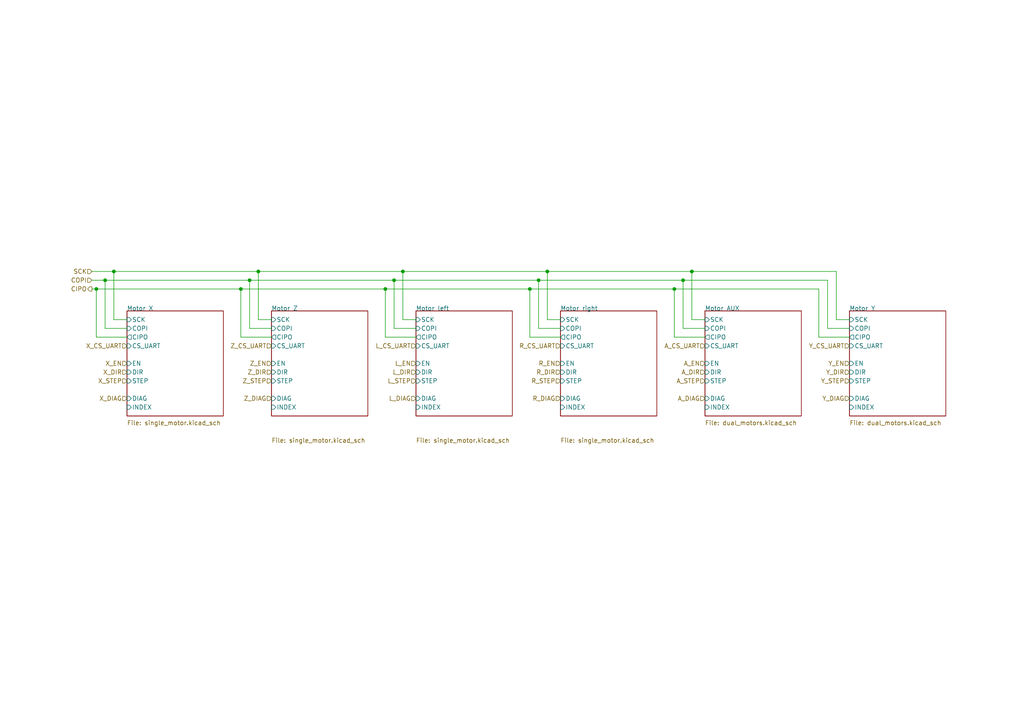
<source format=kicad_sch>
(kicad_sch (version 20211123) (generator eeschema)
  (paper "A4")
  (title_block (title "LumenPnP Motherboard") (date "2022-03-29") (rev "003") (company "Opulo"))
  (lib_symbols)
  (junction (at 114.3 81.28))
  (junction (at 153.67 83.82))
  (junction (at 195.58 83.82))
  (junction (at 72.39 81.28))
  (junction (at 30.48 81.28))
  (junction (at 198.12 81.28))
  (junction (at 74.93 78.74))
  (junction (at 156.21 81.28))
  (junction (at 158.75 78.74))
  (junction (at 33.02 78.74))
  (junction (at 116.84 78.74))
  (junction (at 200.66 78.74))
  (junction (at 27.94 83.82))
  (junction (at 69.85 83.82))
  (junction (at 111.76 83.82))
  (wire (pts (xy 116.84 92.71) (xy 116.84 78.74)))
  (wire (pts (xy 158.75 78.74) (xy 200.66 78.74)))
  (wire (pts (xy 69.85 83.82) (xy 111.76 83.82)))
  (wire (pts (xy 33.02 78.74) (xy 26.67 78.74)))
  (wire (pts (xy 116.84 78.74) (xy 158.75 78.74)))
  (wire (pts (xy 72.39 95.25) (xy 72.39 81.28)))
  (wire (pts (xy 78.74 92.71) (xy 74.93 92.71)))
  (wire (pts (xy 242.57 78.74) (xy 200.66 78.74)))
  (wire (pts (xy 158.75 92.71) (xy 158.75 78.74)))
  (wire (pts (xy 198.12 95.25) (xy 198.12 81.28)))
  (wire (pts (xy 120.65 95.25) (xy 114.3 95.25)))
  (wire (pts (xy 74.93 92.71) (xy 74.93 78.74)))
  (wire (pts (xy 78.74 97.79) (xy 69.85 97.79)))
  (wire (pts (xy 120.65 92.71) (xy 116.84 92.71)))
  (wire (pts (xy 162.56 97.79) (xy 153.67 97.79)))
  (wire (pts (xy 36.83 92.71) (xy 33.02 92.71)))
  (wire (pts (xy 153.67 97.79) (xy 153.67 83.82)))
  (wire (pts (xy 195.58 97.79) (xy 195.58 83.82)))
  (wire (pts (xy 204.47 95.25) (xy 198.12 95.25)))
  (wire (pts (xy 153.67 83.82) (xy 195.58 83.82)))
  (wire (pts (xy 36.83 95.25) (xy 30.48 95.25)))
  (wire (pts (xy 30.48 81.28) (xy 72.39 81.28)))
  (wire (pts (xy 78.74 95.25) (xy 72.39 95.25)))
  (wire (pts (xy 33.02 92.71) (xy 33.02 78.74)))
  (wire (pts (xy 246.38 95.25) (xy 240.03 95.25)))
  (wire (pts (xy 156.21 95.25) (xy 156.21 81.28)))
  (wire (pts (xy 114.3 95.25) (xy 114.3 81.28)))
  (wire (pts (xy 114.3 81.28) (xy 156.21 81.28)))
  (wire (pts (xy 204.47 92.71) (xy 200.66 92.71)))
  (wire (pts (xy 120.65 97.79) (xy 111.76 97.79)))
  (wire (pts (xy 242.57 92.71) (xy 242.57 78.74)))
  (wire (pts (xy 240.03 95.25) (xy 240.03 81.28)))
  (wire (pts (xy 111.76 83.82) (xy 153.67 83.82)))
  (wire (pts (xy 200.66 92.71) (xy 200.66 78.74)))
  (wire (pts (xy 36.83 97.79) (xy 27.94 97.79)))
  (wire (pts (xy 69.85 97.79) (xy 69.85 83.82)))
  (wire (pts (xy 27.94 83.82) (xy 26.67 83.82)))
  (wire (pts (xy 240.03 81.28) (xy 198.12 81.28)))
  (wire (pts (xy 162.56 92.71) (xy 158.75 92.71)))
  (wire (pts (xy 30.48 95.25) (xy 30.48 81.28)))
  (wire (pts (xy 156.21 81.28) (xy 198.12 81.28)))
  (wire (pts (xy 237.49 97.79) (xy 237.49 83.82)))
  (wire (pts (xy 237.49 83.82) (xy 195.58 83.82)))
  (wire (pts (xy 204.47 97.79) (xy 195.58 97.79)))
  (wire (pts (xy 246.38 92.71) (xy 242.57 92.71)))
  (wire (pts (xy 246.38 97.79) (xy 237.49 97.79)))
  (wire (pts (xy 30.48 81.28) (xy 26.67 81.28)))
  (wire (pts (xy 27.94 83.82) (xy 69.85 83.82)))
  (wire (pts (xy 33.02 78.74) (xy 74.93 78.74)))
  (wire (pts (xy 74.93 78.74) (xy 116.84 78.74)))
  (wire (pts (xy 27.94 97.79) (xy 27.94 83.82)))
  (wire (pts (xy 162.56 95.25) (xy 156.21 95.25)))
  (wire (pts (xy 111.76 97.79) (xy 111.76 83.82)))
  (wire (pts (xy 72.39 81.28) (xy 114.3 81.28)))
  (hierarchical_label "X_DIR" (shape input) (at 36.83 107.95 180))
  (hierarchical_label "Z_EN" (shape input) (at 78.74 105.41 180))
  (hierarchical_label "Z_DIAG" (shape input) (at 78.74 115.57 180))
  (hierarchical_label "Z_CS_UART" (shape input) (at 78.74 100.33 180))
  (hierarchical_label "L_EN" (shape input) (at 120.65 105.41 180))
  (hierarchical_label "Y_EN" (shape input) (at 246.38 105.41 180))
  (hierarchical_label "A_DIAG" (shape input) (at 204.47 115.57 180))
  (hierarchical_label "Z_STEP" (shape input) (at 78.74 110.49 180))
  (hierarchical_label "A_EN" (shape input) (at 204.47 105.41 180))
  (hierarchical_label "L_DIAG" (shape input) (at 120.65 115.57 180))
  (hierarchical_label "L_CS_UART" (shape input) (at 120.65 100.33 180))
  (hierarchical_label "Z_DIR" (shape input) (at 78.74 107.95 180))
  (hierarchical_label "COPI" (shape input) (at 26.67 81.28 180))
  (hierarchical_label "X_DIAG" (shape input) (at 36.83 115.57 180))
  (hierarchical_label "R_EN" (shape input) (at 162.56 105.41 180))
  (hierarchical_label "Y_DIAG" (shape input) (at 246.38 115.57 180))
  (hierarchical_label "R_CS_UART" (shape input) (at 162.56 100.33 180))
  (hierarchical_label "A_CS_UART" (shape input) (at 204.47 100.33 180))
  (hierarchical_label "Y_STEP" (shape input) (at 246.38 110.49 180))
  (hierarchical_label "X_STEP" (shape input) (at 36.83 110.49 180))
  (hierarchical_label "R_DIR" (shape input) (at 162.56 107.95 180))
  (hierarchical_label "X_EN" (shape input) (at 36.83 105.41 180))
  (hierarchical_label "L_STEP" (shape input) (at 120.65 110.49 180))
  (hierarchical_label "X_CS_UART" (shape input) (at 36.83 100.33 180))
  (hierarchical_label "Y_CS_UART" (shape input) (at 246.38 100.33 180))
  (hierarchical_label "L_DIR" (shape input) (at 120.65 107.95 180))
  (hierarchical_label "CIPO" (shape output) (at 26.67 83.82 180))
  (hierarchical_label "SCK" (shape input) (at 26.67 78.74 180))
  (hierarchical_label "Y_DIR" (shape input) (at 246.38 107.95 180))
  (hierarchical_label "A_STEP" (shape input) (at 204.47 110.49 180))
  (hierarchical_label "R_STEP" (shape input) (at 162.56 110.49 180))
  (hierarchical_label "A_DIR" (shape input) (at 204.47 107.95 180))
  (hierarchical_label "R_DIAG" (shape input) (at 162.56 115.57 180))
  (sheet (at 36.83 90.17) (size 27.94 30.48)
    (property "Sheet name" "Motor X" (at 36.83 90.17 0) (effects (justify left bottom)))
    (property "Sheet file" "single_motor.kicad_sch" (at 36.83 121.92 0) (effects (justify left top)))
    (pin "EN" input (at 36.83 105.41 180))
    (pin "STEP" input (at 36.83 110.49 180))
    (pin "DIR" input (at 36.83 107.95 180))
    (pin "CIPO" output (at 36.83 97.79 180))
    (pin "COPI" input (at 36.83 95.25 180))
    (pin "SCK" input (at 36.83 92.71 180))
    (pin "CS_UART" input (at 36.83 100.33 180))
    (pin "DIAG" input (at 36.83 115.57 180))
    (pin "INDEX" input (at 36.83 118.11 180))
  )
  (sheet (at 204.47 90.17) (size 27.94 30.48)
    (property "Sheet name" "Motor AUX" (at 204.47 90.17 0) (effects (justify left bottom)))
    (property "Sheet file" "dual_motors.kicad_sch" (at 204.47 121.92 0) (effects (justify left top)))
    (pin "CS_UART" input (at 204.47 100.33 180))
    (pin "EN" input (at 204.47 105.41 180))
    (pin "STEP" input (at 204.47 110.49 180))
    (pin "DIR" input (at 204.47 107.95 180))
    (pin "COPI" input (at 204.47 95.25 180))
    (pin "SCK" input (at 204.47 92.71 180))
    (pin "CIPO" output (at 204.47 97.79 180))
    (pin "INDEX" input (at 204.47 118.11 180))
    (pin "DIAG" input (at 204.47 115.57 180))
  )
  (sheet (at 78.74 90.17) (size 27.94 30.48)
    (property "Sheet name" "Motor Z" (at 78.74 90.17 0) (effects (justify left bottom)))
    (property "Sheet file" "single_motor.kicad_sch" (at 78.74 127 0) (effects (justify left top)))
    (pin "EN" input (at 78.74 105.41 180))
    (pin "STEP" input (at 78.74 110.49 180))
    (pin "DIR" input (at 78.74 107.95 180))
    (pin "CIPO" output (at 78.74 97.79 180))
    (pin "COPI" input (at 78.74 95.25 180))
    (pin "SCK" input (at 78.74 92.71 180))
    (pin "CS_UART" input (at 78.74 100.33 180))
    (pin "DIAG" input (at 78.74 115.57 180))
    (pin "INDEX" input (at 78.74 118.11 180))
  )
  (sheet (at 162.56 90.17) (size 27.94 30.48)
    (property "Sheet name" "Motor right" (at 162.56 90.17 0) (effects (justify left bottom)))
    (property "Sheet file" "single_motor.kicad_sch" (at 162.56 127 0) (effects (justify left top)))
    (pin "EN" input (at 162.56 105.41 180))
    (pin "STEP" input (at 162.56 110.49 180))
    (pin "DIR" input (at 162.56 107.95 180))
    (pin "CIPO" output (at 162.56 97.79 180))
    (pin "COPI" input (at 162.56 95.25 180))
    (pin "SCK" input (at 162.56 92.71 180))
    (pin "CS_UART" input (at 162.56 100.33 180))
    (pin "INDEX" input (at 162.56 118.11 180))
    (pin "DIAG" input (at 162.56 115.57 180))
  )
  (sheet (at 246.38 90.17) (size 27.94 30.48)
    (property "Sheet name" "Motor Y" (at 246.38 90.17 0) (effects (justify left bottom)))
    (property "Sheet file" "dual_motors.kicad_sch" (at 246.38 121.92 0) (effects (justify left top)))
    (pin "CIPO" output (at 246.38 97.79 180))
    (pin "COPI" input (at 246.38 95.25 180))
    (pin "CS_UART" input (at 246.38 100.33 180))
    (pin "SCK" input (at 246.38 92.71 180))
    (pin "EN" input (at 246.38 105.41 180))
    (pin "STEP" input (at 246.38 110.49 180))
    (pin "DIR" input (at 246.38 107.95 180))
    (pin "INDEX" input (at 246.38 118.11 180))
    (pin "DIAG" input (at 246.38 115.57 180))
  )
  (sheet (at 120.65 90.17) (size 27.94 30.48)
    (property "Sheet name" "Motor left" (at 120.65 90.17 0) (effects (justify left bottom)))
    (property "Sheet file" "single_motor.kicad_sch" (at 120.65 127 0) (effects (justify left top)))
    (pin "EN" input (at 120.65 105.41 180))
    (pin "STEP" input (at 120.65 110.49 180))
    (pin "DIR" input (at 120.65 107.95 180))
    (pin "CIPO" output (at 120.65 97.79 180))
    (pin "COPI" input (at 120.65 95.25 180))
    (pin "SCK" input (at 120.65 92.71 180))
    (pin "CS_UART" input (at 120.65 100.33 180))
    (pin "INDEX" input (at 120.65 118.11 180))
    (pin "DIAG" input (at 120.65 115.57 180))
  )
)
</source>
